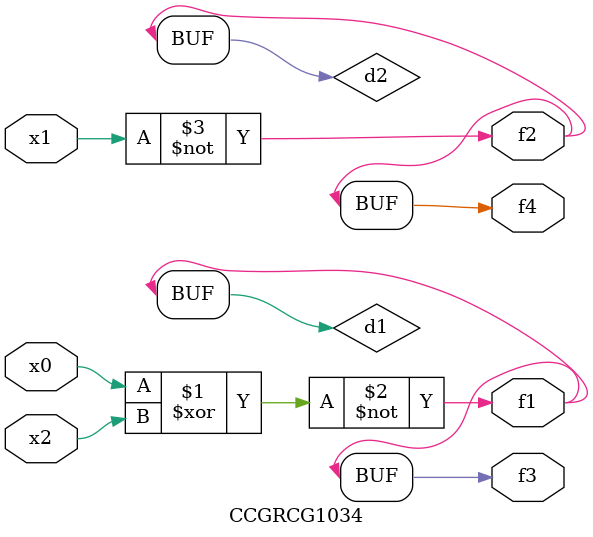
<source format=v>
module CCGRCG1034(
	input x0, x1, x2,
	output f1, f2, f3, f4
);

	wire d1, d2, d3;

	xnor (d1, x0, x2);
	nand (d2, x1);
	nor (d3, x1, x2);
	assign f1 = d1;
	assign f2 = d2;
	assign f3 = d1;
	assign f4 = d2;
endmodule

</source>
